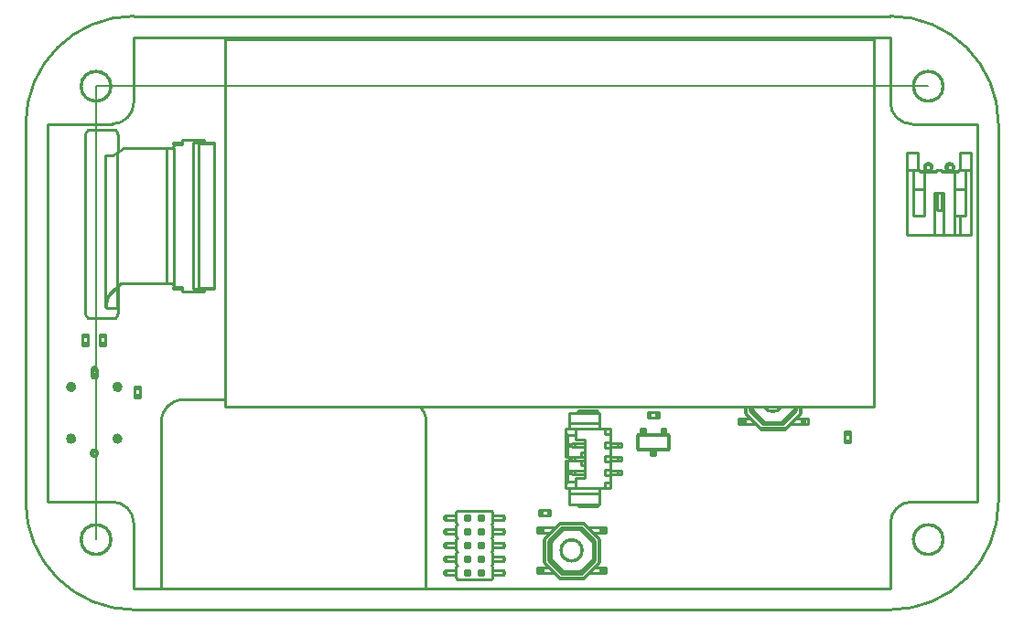
<source format=gbr>
G04 #@! TF.GenerationSoftware,KiCad,Pcbnew,8.0.6+1*
G04 #@! TF.CreationDate,2025-02-24T18:19:53+00:00*
G04 #@! TF.ProjectId,gshps,67736870-732e-46b6-9963-61645f706362,C*
G04 #@! TF.SameCoordinates,Original*
G04 #@! TF.FileFunction,Other,ECO2*
%FSLAX46Y46*%
G04 Gerber Fmt 4.6, Leading zero omitted, Abs format (unit mm)*
G04 Created by KiCad (PCBNEW 8.0.6+1) date 2025-02-24 18:19:53*
%MOMM*%
%LPD*%
G01*
G04 APERTURE LIST*
%ADD10C,0.250000*%
%ADD11C,0.200000*%
G04 APERTURE END LIST*
D10*
X34861758Y-56001237D02*
X34964264Y-56030402D01*
X34911728Y-56096164D02*
X34911728Y-56091763D01*
X98487533Y-61211113D02*
X98486790Y-61212337D01*
X96792959Y-61214073D02*
X96794514Y-61213175D01*
X35923485Y-50175475D02*
X35940008Y-50028239D01*
X76967143Y-72190467D02*
X76956965Y-72190467D01*
X71700000Y-73569999D02*
X72685000Y-73569999D01*
X99623902Y-59979531D02*
X99651920Y-59979531D01*
X34960283Y-64119718D02*
X34998099Y-64063005D01*
X35090654Y-56391394D02*
X35111728Y-56496164D01*
X76955927Y-72153314D02*
X76956726Y-72153222D01*
X36836728Y-62396162D02*
X36836728Y-62387431D01*
X38550000Y-57964998D02*
X39050001Y-57965000D01*
X32836728Y-58130596D02*
X32836727Y-58104771D01*
X77004680Y-73850470D02*
X76990128Y-73865022D01*
X69565000Y-72699999D02*
X69165000Y-72700000D01*
X34903631Y-63834644D02*
X34836727Y-63821165D01*
X81043035Y-72190467D02*
X81032857Y-72190467D01*
X78134976Y-75009872D02*
X78127780Y-75017068D01*
X42436534Y-59081014D02*
X42169169Y-59180735D01*
X34769783Y-63834547D02*
X34713172Y-63872608D01*
X37136728Y-62396162D02*
X37136728Y-62387687D01*
X34634540Y-64181665D02*
X34582800Y-64100934D01*
X69564999Y-70159999D02*
X69565000Y-69759999D01*
X33750000Y-52999999D02*
X33749999Y-53999999D01*
X70835000Y-74839999D02*
X70735000Y-74939999D01*
X110600001Y-39549998D02*
X111599999Y-39549999D01*
X113200000Y-39849998D02*
X113200000Y-41450000D01*
X34731490Y-56750230D02*
X34836728Y-56771164D01*
X70435000Y-74840000D02*
X70534999Y-74939999D01*
X113350000Y-30000000D02*
G75*
G02*
X110650000Y-30000000I-1350000J0D01*
G01*
X110650000Y-30000000D02*
G75*
G02*
X113350000Y-30000000I1350000J0D01*
G01*
X34642273Y-56301709D02*
X34582661Y-56390925D01*
X34903671Y-56657781D02*
X34960283Y-56619719D01*
X36923334Y-36112739D02*
X37523954Y-35734999D01*
X36554376Y-48909107D02*
X36736125Y-48749734D01*
X112750000Y-37750000D02*
X113250000Y-37749998D01*
X81042546Y-72158859D02*
X81042236Y-72163917D01*
X77015740Y-73809532D02*
X77045618Y-73809532D01*
X70835000Y-72299999D02*
X70735000Y-72399999D01*
X69165000Y-74839998D02*
X69265000Y-74939999D01*
X69564998Y-75239997D02*
X69564998Y-74839998D01*
X32836727Y-62896164D02*
X32848144Y-62896164D01*
X69565000Y-72699999D02*
X69464999Y-72599999D01*
X70435000Y-73970000D02*
X70835000Y-73970000D01*
X43979999Y-35199999D02*
X44900001Y-35199998D01*
X98496348Y-61201427D02*
X98491801Y-61206014D01*
X33035001Y-57849999D02*
G75*
G02*
X32334999Y-57849999I-350001J0D01*
G01*
X32334999Y-57849999D02*
G75*
G02*
X33035001Y-57849999I350001J0D01*
G01*
X79841141Y-75042548D02*
X79836083Y-75042236D01*
X87909120Y-62329256D02*
X85190877Y-62329256D01*
X69465000Y-73870000D02*
X69265000Y-73869999D01*
X35972429Y-49693813D02*
X36044517Y-49558344D01*
X78169341Y-71024490D02*
X78149530Y-71004679D01*
X34938795Y-64251168D02*
X34836727Y-64271165D01*
X70535000Y-75139999D02*
X70534999Y-74939999D01*
X37136728Y-58130331D02*
X37136728Y-58104895D01*
X42100000Y-35734999D02*
X42100001Y-35547499D01*
X85050000Y-62332499D02*
X85050001Y-63542500D01*
X67315000Y-70159997D02*
X67315000Y-69759998D01*
X79830658Y-71024489D02*
X79809530Y-71045617D01*
X79841938Y-70957431D02*
X79843735Y-70957163D01*
X37000000Y-50552951D02*
X35910181Y-50552949D01*
X69165001Y-73970000D02*
X69165000Y-73570000D01*
X34712984Y-56372418D02*
X34675208Y-56429261D01*
X95685260Y-59979530D02*
X95664132Y-60000658D01*
X34017036Y-51129408D02*
X34066987Y-51249998D01*
X83600000Y-64660000D02*
X83600000Y-64339999D01*
X80200000Y-66300000D02*
X80199999Y-62699999D01*
X95596067Y-60016051D02*
X95596487Y-60014915D01*
X34836728Y-64171165D02*
X34903672Y-64157780D01*
X44510000Y-48719999D02*
X45899999Y-48719998D01*
X76962046Y-73850396D02*
X76960345Y-73848973D01*
X45900000Y-35229999D02*
X45899999Y-48769999D01*
X85190877Y-62329256D02*
X85141755Y-62378378D01*
X69165001Y-71029998D02*
X69265000Y-71129999D01*
X32848144Y-62896164D02*
X32880661Y-62896164D01*
X68300000Y-72699999D02*
X67315000Y-72699998D01*
X37136728Y-58162322D02*
X37136728Y-58130331D01*
X36836728Y-62896163D02*
X37136728Y-62896163D01*
X69165000Y-75239997D02*
X69265000Y-75140000D01*
X34249999Y-52999998D02*
X34249998Y-53999997D01*
X76356881Y-74599999D02*
X76356881Y-75099997D01*
X81845435Y-71399999D02*
X81845434Y-70899999D01*
X32536728Y-58130330D02*
X32536728Y-58104894D01*
X76987720Y-73809532D02*
X77015740Y-73809532D01*
X36792794Y-62896163D02*
X36825310Y-62896164D01*
X34761728Y-56096164D02*
X34761728Y-56092047D01*
X113749998Y-37250000D02*
X114250000Y-37249999D01*
X36825310Y-57596164D02*
X36792793Y-57596164D01*
X36500000Y-68499998D02*
X30500000Y-68499999D01*
X96786763Y-61205278D02*
X96790120Y-61209074D01*
X77823045Y-75499998D02*
X80176955Y-75500000D01*
X99671070Y-60026705D02*
X99656711Y-60042218D01*
X70835000Y-72699998D02*
X70835000Y-72299999D01*
X72785000Y-73869998D02*
X72785000Y-73670000D01*
X81042812Y-72156718D02*
X81042546Y-72158859D01*
X81039654Y-72151023D02*
X81041116Y-72152108D01*
X104750000Y-62199999D02*
X104250000Y-62199997D01*
X38550000Y-58635000D02*
X39049998Y-58635000D01*
X34731490Y-56242096D02*
X34642273Y-56301709D01*
X34941966Y-56750230D02*
X35031182Y-56690619D01*
X34370588Y-34017037D02*
X34249998Y-34066987D01*
X45899999Y-48769999D02*
X44460001Y-48769998D01*
X81043176Y-73845127D02*
X81044072Y-73846682D01*
X34583135Y-63890171D02*
X34643935Y-63800889D01*
X42250001Y-48602499D02*
X42999999Y-48602499D01*
X116500001Y-33499998D02*
X116500000Y-68500000D01*
X113749999Y-37849999D02*
X113749998Y-37250000D01*
X34561726Y-63996162D02*
X34582661Y-64101401D01*
X68427000Y-73134999D02*
X68300000Y-73007998D01*
X32836728Y-62361995D02*
X32836727Y-62339881D01*
X81035279Y-73852877D02*
X81031428Y-73856706D01*
X87909122Y-63545742D02*
X87958243Y-63496621D01*
X36825310Y-62896164D02*
X36836728Y-62896163D01*
X76960345Y-73848973D02*
X76958884Y-73847890D01*
X70435000Y-69759999D02*
X70835000Y-69759998D01*
X78799999Y-63359999D02*
X79299998Y-63409998D01*
X38550000Y-57999997D02*
X39050000Y-57999999D01*
X36443176Y-49070086D02*
X36587918Y-48909108D01*
X42200000Y-48284999D02*
X42200000Y-35714998D01*
X104750000Y-62799999D02*
X104250001Y-62799999D01*
X35081563Y-56862664D02*
X35009764Y-56941424D01*
X35350000Y-52999999D02*
X35350000Y-53999998D01*
X34675356Y-56429319D02*
X34661728Y-56496164D01*
X98486790Y-61212337D02*
X98486326Y-61214073D01*
X78153223Y-75043274D02*
X78153317Y-75044072D01*
X37136728Y-58162322D02*
X37136728Y-58130331D01*
X70435000Y-73569998D02*
X70834999Y-73569998D01*
X79847891Y-75041115D02*
X79847146Y-75042338D01*
X32848144Y-57596164D02*
X32836727Y-57596164D01*
X43980000Y-48799999D02*
X43979999Y-35199999D01*
X71573000Y-71864999D02*
X71700000Y-71991997D01*
X98486326Y-61214073D02*
X98485693Y-61213574D01*
X76284163Y-70899997D02*
X76284164Y-71399998D01*
X32536729Y-57946163D02*
X32836728Y-57946164D01*
X82599999Y-62250000D02*
X82099998Y-62250000D01*
X99682478Y-60013737D02*
X99682818Y-60015128D01*
X69564999Y-71029999D02*
X69464999Y-71129999D01*
X36836728Y-62387431D02*
X36836728Y-62361995D01*
X111250000Y-37750000D02*
X111250000Y-37900000D01*
X82099999Y-65499999D02*
X82600000Y-65499999D01*
X95597094Y-60011140D02*
X95597406Y-60006082D01*
X34960283Y-63872608D02*
X34903569Y-63834791D01*
X76957662Y-73847148D02*
X76955927Y-73846682D01*
X83600000Y-64660000D02*
X82600000Y-64660000D01*
X78800000Y-63139997D02*
X79299998Y-63089999D01*
X34713172Y-56372609D02*
X34675356Y-56429319D01*
X76081845Y-70899999D02*
X76081844Y-71399997D01*
X32925306Y-62896163D02*
X32880661Y-62896164D01*
X76857990Y-72112750D02*
X76955927Y-72153314D01*
X69165001Y-73970000D02*
X69265000Y-73869999D01*
X86885000Y-60687499D02*
X86885000Y-60187499D01*
X34836728Y-64171165D02*
X34903666Y-64158349D01*
X96830110Y-61213035D02*
X96830110Y-61202854D01*
X81600000Y-68749997D02*
X78800000Y-68749997D01*
X36836728Y-58130331D02*
X36836728Y-58159962D01*
X76081846Y-74599999D02*
X76081844Y-75099999D01*
X78400000Y-61749999D02*
X82600000Y-61749998D01*
X34731490Y-63742096D02*
X34642273Y-63801708D01*
X79809530Y-71045617D02*
X78190468Y-71045617D01*
X36836728Y-62396162D02*
X36836728Y-62387622D01*
X82099998Y-62250000D02*
X82099998Y-61749997D01*
X67315000Y-71429999D02*
X67214999Y-71329999D01*
X79852878Y-70964719D02*
X79856707Y-70968572D01*
X106958464Y-25670671D02*
X46958464Y-25670669D01*
X32836728Y-58162325D02*
X32836727Y-58130330D01*
X85799999Y-61887498D02*
X85400000Y-61887498D01*
X79809532Y-74954381D02*
X79830658Y-74975508D01*
X82600000Y-63500000D02*
X82100000Y-63499999D01*
X79844916Y-75043154D02*
X79843281Y-75042809D01*
X80984260Y-72190466D02*
X80954382Y-72190466D01*
X82599999Y-64750000D02*
X82099998Y-64750000D01*
X34249999Y-52999998D02*
X33750000Y-52999999D01*
X30499999Y-33499999D02*
X36500000Y-33499997D01*
X104750000Y-62034997D02*
X104250001Y-62034998D01*
X34903569Y-63834791D02*
X34836727Y-63821165D01*
X78156262Y-75042833D02*
X78158062Y-75042567D01*
X37000000Y-34499998D02*
X36982963Y-34370589D01*
X98475725Y-61212237D02*
X98470295Y-61212219D01*
X36686728Y-62825468D02*
X36686728Y-62480493D01*
X78190468Y-71015739D02*
X78190468Y-71045617D01*
X95622572Y-60042218D02*
X95608214Y-60026705D01*
X81043576Y-72153949D02*
X81043155Y-72155081D01*
X32836728Y-62396165D02*
X32836728Y-62387687D01*
X69564998Y-72299999D02*
X69465000Y-72400000D01*
X78190468Y-75043034D02*
X78190468Y-75032856D01*
X34731490Y-64250230D02*
X34836727Y-64271165D01*
X111050000Y-37749998D02*
X111049999Y-36150000D01*
X99651920Y-59979531D02*
X99672499Y-59979529D01*
X35031182Y-56690619D02*
X35090794Y-56601399D01*
X32836728Y-62387687D02*
X32836728Y-62362255D01*
X34642272Y-56690619D02*
X34731490Y-56750230D01*
X76499999Y-71823044D02*
X76499999Y-74176953D01*
X32836727Y-62896164D02*
X32536729Y-62896164D01*
X80076955Y-70399999D02*
X77923045Y-70399998D01*
X81918154Y-75099999D02*
X81918154Y-74599999D01*
X88050000Y-62332500D02*
X87955000Y-62237499D01*
X36836728Y-58104895D02*
X36836728Y-58096164D01*
X35849999Y-53035000D02*
X35350000Y-53035000D01*
X99678718Y-60019522D02*
X99674921Y-60022878D01*
X76284164Y-74599997D02*
X76284163Y-75099999D01*
X85075000Y-62344997D02*
X85075000Y-63529999D01*
X104750000Y-62999997D02*
X104250000Y-63000001D01*
X98482923Y-61212811D02*
X98480783Y-61212547D01*
X78156720Y-70957187D02*
X78158859Y-70957452D01*
X80954383Y-73809532D02*
X80984260Y-73809530D01*
X96062687Y-61269998D02*
X94439641Y-61269998D01*
X34911728Y-56092047D02*
X34911728Y-56076164D01*
X42100000Y-35235000D02*
X43000000Y-35234998D01*
X79836083Y-75042236D02*
X79830653Y-75042220D01*
X104750000Y-62165000D02*
X104250000Y-62164998D01*
X94794206Y-60769998D02*
X94794206Y-61270000D01*
X36324223Y-49224400D02*
X36443176Y-49070086D01*
X85141755Y-63496620D02*
X85190877Y-63545742D01*
X85800000Y-61987500D02*
X85400000Y-61987500D01*
X69465000Y-71329999D02*
X69464999Y-71129999D01*
X80200000Y-63409998D02*
X79299998Y-63409998D01*
X67215000Y-73869999D02*
X67214998Y-73670000D01*
X37136728Y-62362252D02*
X37136728Y-62339881D01*
X94923805Y-60769999D02*
X94923805Y-61270000D01*
X35936580Y-50333531D02*
X35923485Y-50175475D01*
X69165000Y-72700000D02*
X69165001Y-72299999D01*
X81042373Y-73839729D02*
X81042568Y-73841938D01*
X36836727Y-57596164D02*
X36825310Y-57596164D01*
X34642273Y-64190618D02*
X34731490Y-64250230D01*
X80975509Y-72169342D02*
X80995321Y-72149527D01*
X34713172Y-56619719D02*
X34769885Y-56657536D01*
X69265000Y-73869999D02*
X69265000Y-73670000D01*
X95685260Y-59670670D02*
X95685260Y-59979530D01*
X81042175Y-73847282D02*
X81040776Y-73848196D01*
X78600001Y-62349999D02*
X79400000Y-62349999D01*
X87700000Y-61887497D02*
X87300001Y-61887497D01*
X34836728Y-56671165D02*
X34903671Y-56657781D01*
X65500000Y-61000000D02*
X65479643Y-60715370D01*
X70735000Y-72599999D02*
X70735000Y-72399999D01*
X34712984Y-56619907D02*
X34769824Y-56657682D01*
X94721488Y-60770000D02*
X94721488Y-61269998D01*
X79845128Y-70956824D02*
X79846684Y-70955927D01*
X37136728Y-62396162D02*
X37136728Y-62387431D01*
X67215001Y-70060000D02*
X67214999Y-69859999D01*
X79700000Y-68949998D02*
X79500000Y-68749999D01*
X72685000Y-70159999D02*
X72784999Y-70060000D01*
X36836728Y-58104706D02*
X36836728Y-58096164D01*
X34941966Y-56242096D02*
X34836728Y-56221165D01*
X38550000Y-58765000D02*
X39050000Y-58764998D01*
X81600000Y-71923044D02*
X80076955Y-70399999D01*
X67315001Y-73569997D02*
X67214998Y-73670000D01*
X34836727Y-63821165D02*
X34769783Y-63834547D01*
X81044073Y-72153316D02*
X81043576Y-72153949D01*
X38550000Y-58800001D02*
X39050000Y-58799997D01*
X34582661Y-63890925D02*
X34561726Y-63996162D01*
X70435000Y-69759999D02*
X70535000Y-69859997D01*
X37523954Y-35734999D02*
X42199999Y-35734999D01*
X95039641Y-60246953D02*
X95039642Y-59670671D01*
X114950000Y-41949998D02*
X114950001Y-43749998D01*
X99594022Y-59979531D02*
X99594022Y-59670671D01*
X32836727Y-58130330D02*
X32836727Y-58104894D01*
X79809531Y-74984259D02*
X79809532Y-74954381D01*
X87300000Y-61687500D02*
X87300000Y-62262498D01*
X35940008Y-50028239D02*
X35991945Y-49850446D01*
X78600000Y-66649998D02*
X78600000Y-64650000D01*
X36836728Y-58096164D02*
X37136728Y-58096164D01*
X35031182Y-56301709D02*
X34941966Y-56242096D01*
X76963984Y-73852160D02*
X76962046Y-73850396D01*
X71700000Y-74840000D02*
X72685000Y-74839998D01*
X98449174Y-61154260D02*
X98449174Y-61124382D01*
X78112750Y-70857989D02*
X76857990Y-72112750D01*
X71700000Y-73261999D02*
X71700000Y-74278000D01*
X35050263Y-56096164D02*
X34625970Y-56096163D01*
X45900000Y-35229999D02*
X44460000Y-35230000D01*
X36836728Y-62896163D02*
X36836728Y-62396162D01*
X70534999Y-74939999D02*
X70735000Y-74939999D01*
X35090794Y-56601399D02*
X35111728Y-56496164D01*
X32924704Y-57596164D02*
X32880661Y-57596164D01*
X70435000Y-72699999D02*
X70835000Y-72699998D01*
X32924704Y-57596164D02*
X32880661Y-57596164D01*
X38500000Y-78500000D02*
G75*
G02*
X28500000Y-68499998I0J10000000D01*
G01*
X79846684Y-75044070D02*
X79846050Y-75043574D01*
X99216597Y-61269998D02*
X100839642Y-61269999D01*
X110050001Y-36150000D02*
X110049999Y-43749999D01*
X115950000Y-37749999D02*
X114750000Y-37749999D01*
X69464999Y-72599999D02*
X69465000Y-72400000D01*
X87700000Y-61987499D02*
X87300000Y-61987500D01*
X32848144Y-62896164D02*
X32880661Y-62896164D01*
X81039076Y-73849520D02*
X81035279Y-73852877D01*
X72785000Y-75140000D02*
X72785000Y-74939999D01*
X86349999Y-64187500D02*
X86350000Y-63612500D01*
X35031182Y-64190618D02*
X35090794Y-64101402D01*
X113400000Y-30000000D02*
G75*
G02*
X110600000Y-30000000I-1400000J0D01*
G01*
X110600000Y-30000000D02*
G75*
G02*
X113400000Y-30000000I1400000J0D01*
G01*
X34836727Y-64271165D02*
X34732358Y-64250427D01*
X35090794Y-64101402D02*
X35111728Y-63996164D01*
D11*
X113400000Y-30000000D02*
G75*
G02*
X110600000Y-30000000I-1400000J0D01*
G01*
X110600000Y-30000000D02*
G75*
G02*
X113400000Y-30000000I1400000J0D01*
G01*
D10*
X76835000Y-69750000D02*
X76834999Y-69250000D01*
X70534999Y-73869998D02*
X70735000Y-73869999D01*
X69465000Y-72400000D02*
X69265000Y-72399999D01*
X95685260Y-59979530D02*
X96830110Y-61124382D01*
X86250000Y-60687497D02*
X86250000Y-60187499D01*
X34769824Y-56657682D02*
X34836728Y-56671165D01*
X76907242Y-72133148D02*
X76907242Y-73866848D01*
X34836728Y-56771164D02*
X34941966Y-56750230D01*
X79843281Y-75042809D02*
X79841141Y-75042548D01*
X70435000Y-72299999D02*
X70534999Y-72399998D01*
X69165001Y-71429997D02*
X69165001Y-71029998D01*
X80954382Y-72190466D02*
X80975509Y-72169342D01*
X36836728Y-58159962D02*
X36836728Y-58130331D01*
X70735000Y-70059999D02*
X70735000Y-69859998D01*
X39050000Y-58799997D02*
X39049999Y-57799998D01*
X96830110Y-61124382D02*
X96808983Y-61145509D01*
X69165000Y-70159999D02*
X69265000Y-70059999D01*
X85145000Y-63637497D02*
X87955000Y-63637497D01*
X34250001Y-53035000D02*
X33749998Y-53035000D01*
X34836727Y-63821165D02*
X34769789Y-63833977D01*
X78149530Y-71004679D02*
X78134977Y-70990126D01*
X34769824Y-64157685D02*
X34836728Y-64171165D01*
X34066988Y-34249999D02*
X34017036Y-34370589D01*
X112750000Y-37750000D02*
X112749999Y-37949999D01*
X70435000Y-72699999D02*
X70435000Y-72299999D01*
X34769783Y-56334544D02*
X34713172Y-56372609D01*
X34582661Y-63890925D02*
X34561726Y-63996162D01*
X77000000Y-69749999D02*
X76000000Y-69749999D01*
X35011726Y-63996164D02*
X34998345Y-63929218D01*
X34761728Y-56096164D02*
X34761728Y-56091763D01*
X80076955Y-75599997D02*
X81600000Y-74076952D01*
X34250000Y-53799999D02*
X33749998Y-53799999D01*
X35111728Y-63996164D02*
X35090794Y-63890928D01*
X110500000Y-68499998D02*
X116500000Y-68500000D01*
X34674542Y-64063102D02*
X34712984Y-64119907D01*
X35823335Y-50190573D02*
X35823336Y-36363916D01*
X34545000Y-56709999D02*
X34544998Y-56289997D01*
X32536729Y-62387430D02*
X32536728Y-62361995D01*
X35850000Y-53835000D02*
X35350000Y-53834999D01*
X36836727Y-57596164D02*
X36825310Y-57596164D01*
X32924704Y-57596164D02*
X32880661Y-57596164D01*
X72685000Y-73969998D02*
X72685000Y-73569999D01*
X69165000Y-75239997D02*
X69165000Y-74839998D01*
X79887250Y-75142008D02*
X79846684Y-75044070D01*
X104749998Y-62835000D02*
X104250000Y-62835000D01*
X99682916Y-60016775D02*
X99681815Y-60017282D01*
X78153317Y-75044072D02*
X78154872Y-75043176D01*
X34249999Y-53199999D02*
X33750000Y-53199997D01*
X36825744Y-62896164D02*
X36792794Y-62896163D01*
X36836727Y-57746164D02*
X37136727Y-57746164D01*
X71700000Y-71991997D02*
X71700000Y-73007999D01*
X34249998Y-34066987D02*
X34146447Y-34146446D01*
X78190467Y-70956965D02*
X78190468Y-70967142D01*
X79299999Y-65909998D02*
X79299998Y-65589999D01*
X71700000Y-75239999D02*
X72685000Y-75239997D01*
X79809532Y-74954381D02*
X80954383Y-73809532D01*
X35111728Y-56496164D02*
X35090794Y-56390926D01*
X34903672Y-64157780D02*
X34960283Y-64119718D01*
X32836727Y-58104771D02*
X32836728Y-58096164D01*
X34836728Y-56321164D02*
X34769783Y-56334544D01*
X78149603Y-70962045D02*
X78151026Y-70960345D01*
X34249998Y-53999997D02*
X33749999Y-53999999D01*
X69564998Y-74839998D02*
X69464999Y-74939997D01*
X85800000Y-61687500D02*
X85400000Y-61687500D01*
X95546884Y-59670671D02*
X95546884Y-60036849D01*
X76957750Y-72162884D02*
X76957627Y-72160269D01*
X81299998Y-68950000D02*
X79700000Y-68949998D01*
X78190468Y-70967142D02*
X78190468Y-70987722D01*
X78799998Y-64390000D02*
X79299999Y-64339999D01*
X34836728Y-63721165D02*
X34731490Y-63742096D01*
X113749998Y-37799999D02*
X114250000Y-37799999D01*
X36395161Y-49070086D02*
X36554376Y-48909107D01*
X44510000Y-35279999D02*
X45899998Y-35279999D01*
X95629769Y-60035021D02*
X95622572Y-60042218D01*
X69565000Y-69759999D02*
X69165000Y-69760000D01*
X78152109Y-70958883D02*
X78152851Y-70957660D01*
X98485693Y-61213574D02*
X98484559Y-61213155D01*
X34761728Y-56091763D02*
X34761728Y-56076164D01*
X78154872Y-75043176D02*
X78156262Y-75042833D01*
X95664132Y-60000658D02*
X95644321Y-60020469D01*
X35029519Y-56300890D02*
X35038914Y-56310662D01*
X34661728Y-56496164D02*
X34675110Y-56563108D01*
X34769885Y-64157535D02*
X34836728Y-64171165D01*
X81715837Y-71399997D02*
X81715837Y-70899999D01*
X96830110Y-61202854D02*
X96830109Y-61182277D01*
X85050001Y-63542500D02*
X85141755Y-63496620D01*
X36119571Y-49429158D02*
X36203676Y-49304721D01*
X76956965Y-72190467D02*
X76956966Y-73809532D01*
X76923044Y-74599998D02*
X75800001Y-74599997D01*
X34836728Y-63721165D02*
X34941097Y-63741899D01*
X81600000Y-74076952D02*
X81600000Y-71923044D01*
X43980000Y-48799999D02*
X44900000Y-48800000D01*
X99781650Y-60057249D02*
X99781650Y-59670671D01*
X81142010Y-73887248D02*
X81044072Y-73846682D01*
X79830653Y-75042220D02*
X79809532Y-75043034D01*
X78169340Y-74975508D02*
X78149529Y-74995319D01*
X34588437Y-56137332D02*
X34660236Y-56058575D01*
X34836728Y-56221165D02*
X34941097Y-56241897D01*
X69464999Y-75140000D02*
X69265000Y-75140000D01*
X36923334Y-36112739D02*
X36923335Y-50552949D01*
X78800000Y-65640000D02*
X79299998Y-65589999D01*
X34903672Y-64157780D02*
X34960283Y-64119718D01*
X34642273Y-63801708D02*
X34582661Y-63890925D01*
X79866850Y-70907242D02*
X78133151Y-70907242D01*
X44900000Y-35230000D02*
X44900001Y-35199998D01*
X70735000Y-75140000D02*
X70735000Y-74939999D01*
X65319264Y-60169170D02*
X65182507Y-59918717D01*
X36629410Y-51482962D02*
X36750000Y-51433012D01*
X115400000Y-41949998D02*
X115400000Y-37750000D01*
X34960471Y-64119906D02*
X34998248Y-64063067D01*
X44460001Y-48769998D02*
G75*
G02*
X44510000Y-48720001I49999J-2D01*
G01*
X36836728Y-62896163D02*
X36825744Y-62896164D01*
X71572999Y-69325000D02*
X71700000Y-69451999D01*
X36203676Y-49304721D02*
X36295886Y-49185030D01*
X35849999Y-53799999D02*
X35350000Y-53799999D01*
X85190877Y-63545742D02*
X87909122Y-63545742D01*
X35849999Y-53199999D02*
X35350000Y-53199999D01*
X82100000Y-63499999D02*
X82099999Y-62999999D01*
X44900000Y-48770001D02*
X44900000Y-48800000D01*
X77045618Y-73809532D02*
X78190468Y-74954380D01*
X35090655Y-63891392D02*
X35111728Y-63996164D01*
X34582800Y-56600934D02*
X34561727Y-56496163D01*
X34661728Y-56496164D02*
X34674540Y-56563100D01*
X79837114Y-70957748D02*
X79839730Y-70957624D01*
X69465000Y-70060000D02*
X69465000Y-69859999D01*
X79830653Y-70957780D02*
X79837114Y-70957748D01*
X32836727Y-58130330D02*
X32836727Y-58104894D01*
X34914361Y-56988929D02*
X34808243Y-56998762D01*
X35090794Y-56390926D02*
X35031182Y-56301709D01*
X34769788Y-56333979D02*
X34712984Y-56372418D01*
X32880661Y-57596164D02*
X32861439Y-57596164D01*
X99594022Y-59979531D02*
X99623902Y-59979531D01*
X34582661Y-56390925D02*
X34561727Y-56496163D01*
X34769783Y-56334544D02*
X34713172Y-56372609D01*
X80954382Y-72190466D02*
X79809530Y-71045617D01*
X65479643Y-60715370D02*
X65418986Y-60436534D01*
X70834999Y-75239999D02*
X70835000Y-74839999D01*
X76957763Y-73836081D02*
X76957780Y-73830653D01*
X111750001Y-37250000D02*
X112250000Y-37250000D01*
X81009872Y-73865020D02*
X80995321Y-73850470D01*
X30550000Y-61399997D02*
X30500000Y-61399999D01*
X34661728Y-63996164D02*
X34561726Y-63996162D01*
X80000000Y-73000000D02*
G75*
G02*
X78000000Y-73000000I-1000000J0D01*
G01*
X78000000Y-73000000D02*
G75*
G02*
X80000000Y-73000000I1000000J0D01*
G01*
X35850000Y-53965000D02*
X35350000Y-53964999D01*
X77045618Y-72190468D02*
X77015740Y-72190468D01*
X37136728Y-58096164D02*
X37136728Y-57596163D01*
X34941966Y-63742096D02*
X34836728Y-63721165D01*
X78151026Y-70960345D02*
X78152109Y-70958883D01*
X34761728Y-56096164D02*
X34761728Y-56091763D01*
X79848197Y-70959222D02*
X79849522Y-70960922D01*
X76965000Y-69750000D02*
X76965000Y-69249998D01*
X35910181Y-50552949D02*
X35837904Y-50333529D01*
X34370588Y-51482962D02*
X34500000Y-51500001D01*
X79809533Y-70956965D02*
X79830653Y-70957780D01*
X41317493Y-59918717D02*
X41180736Y-60169170D01*
X69565000Y-73569999D02*
X69464999Y-73670000D01*
X98470300Y-61145507D02*
X98490112Y-61165320D01*
X72785000Y-72600000D02*
X72785000Y-72399998D01*
X34661728Y-56496164D02*
X34675110Y-56563108D01*
X34769885Y-64157535D02*
X34836728Y-64171165D01*
X77000000Y-69749999D02*
X77000000Y-69250000D01*
X81036017Y-72147838D02*
X81037954Y-72149602D01*
X76957780Y-73830653D02*
X76956966Y-73809532D01*
X79809530Y-71045617D02*
X79809530Y-71015739D01*
X67315000Y-75240001D02*
X67315000Y-74840000D01*
X32836728Y-62387431D02*
X32836728Y-62361995D01*
X78600000Y-66649998D02*
X79400000Y-66650000D01*
X65418986Y-60436534D02*
X65319264Y-60169170D01*
X99682677Y-59979529D02*
X99682677Y-59670669D01*
X36629410Y-34017037D02*
X36500001Y-34000000D01*
X32836727Y-58104894D02*
X32836728Y-58096164D01*
X81599998Y-61249999D02*
X78799998Y-61249999D01*
X76964721Y-72147121D02*
X76968572Y-72143291D01*
X34734660Y-63741158D02*
X34836728Y-63721165D01*
X114450000Y-41950000D02*
X114450000Y-43749998D01*
X44510000Y-35279999D02*
X44510000Y-48719999D01*
X78152851Y-70957660D02*
X78153317Y-70955927D01*
X81031428Y-73856706D02*
X81017069Y-73872217D01*
X81012278Y-72190468D02*
X80984260Y-72190466D01*
X34731490Y-56242096D02*
X34642273Y-56301709D01*
X36002286Y-50552949D02*
X35936580Y-50333531D01*
X32836728Y-62396165D02*
X32536728Y-62396165D01*
X34146447Y-51353553D02*
X34249998Y-51433012D01*
X78127780Y-75017068D02*
X78143293Y-75031426D01*
X42100001Y-48385000D02*
X42200000Y-48284999D01*
X81500000Y-74176952D02*
X81500000Y-71823043D01*
X87700000Y-61687499D02*
X87300000Y-61687500D01*
X32836727Y-58104894D02*
X32836728Y-58096164D01*
X81043155Y-72155081D02*
X81042812Y-72156718D01*
X95497632Y-60057248D02*
X95595569Y-60016683D01*
X83600000Y-65589997D02*
X82599999Y-65589999D01*
X78799999Y-63359999D02*
X78800000Y-63139997D01*
X99681892Y-60007112D02*
X99682013Y-60009730D01*
X78112750Y-75142008D02*
X79887250Y-75142008D01*
X78800000Y-64610000D02*
X78799998Y-64390000D01*
X32836727Y-57596164D02*
X32536729Y-57596164D01*
X83600000Y-65909998D02*
X82600000Y-65909999D01*
X72685000Y-74839998D02*
X72785000Y-74939999D01*
X69265000Y-72599999D02*
X69265000Y-72399999D01*
X78158062Y-75042567D02*
X78160270Y-75042370D01*
X32836728Y-62396165D02*
X32836728Y-62387431D01*
X85157500Y-62262500D02*
X85075000Y-62344997D01*
X69165000Y-72700000D02*
X69265000Y-72599999D01*
X41180736Y-60169170D02*
X41081014Y-60436534D01*
X35029520Y-56691438D02*
X35000966Y-56716007D01*
X76923044Y-71399999D02*
X75800001Y-71399998D01*
X36853551Y-51353553D02*
X36933013Y-51250000D01*
X78152716Y-75042174D02*
X78153223Y-75043274D01*
X35125000Y-56289999D02*
X35125000Y-56709999D01*
X79846684Y-70955927D02*
X79846777Y-70956726D01*
X68300000Y-70467998D02*
X68300000Y-69451999D01*
X108500000Y-78499999D02*
X38500000Y-78500000D01*
X36982963Y-51129410D02*
X37000000Y-50999997D01*
X34564582Y-56814760D02*
X34545000Y-56709999D01*
X69464999Y-71129999D02*
X69265000Y-71129999D01*
X78600000Y-64350000D02*
X78600001Y-62349999D01*
X36753144Y-48749732D02*
X36923336Y-48588464D01*
X36923334Y-36112739D02*
X36514953Y-36363916D01*
X34582800Y-64100934D02*
X34561726Y-63996162D01*
X32536728Y-62361995D02*
X32536729Y-62387430D01*
X37136728Y-62396162D02*
X37136728Y-62387431D01*
X38550000Y-58800001D02*
X38550000Y-57800000D01*
X36792794Y-62896163D02*
X36744515Y-62896164D01*
X96795905Y-61212835D02*
X96797704Y-61212568D01*
X34903569Y-56334793D02*
X34836728Y-56321164D01*
X95497632Y-59670670D02*
X95497632Y-60057248D01*
X36742138Y-62896162D02*
X36744130Y-62896164D01*
X34675110Y-56563108D02*
X34713172Y-56619719D01*
X80984260Y-73809530D02*
X81012278Y-73809532D01*
X34960283Y-56372608D02*
X34903569Y-56334793D01*
X71700000Y-72299999D02*
X72685000Y-72299997D01*
X41918718Y-59317492D02*
X41690279Y-59488501D01*
X70834999Y-75239999D02*
X70735000Y-75140000D01*
X69564998Y-73970000D02*
X69165001Y-73970000D01*
X108499999Y-25499998D02*
X108500001Y-31500000D01*
X76968572Y-73856706D02*
X76963984Y-73852160D01*
X34712984Y-64119907D02*
X34769824Y-64157685D01*
X35823501Y-50175475D02*
X35841678Y-50028239D01*
X67315000Y-71429999D02*
X67315000Y-71029997D01*
X81076955Y-74599997D02*
X82200000Y-74599999D01*
X86050000Y-60687499D02*
X86050001Y-60187497D01*
X78190468Y-74954380D02*
X79809532Y-74954381D01*
X36750000Y-51433012D02*
X36853551Y-51353553D01*
X96790120Y-61209074D02*
X96791444Y-61210775D01*
X69564998Y-74839998D02*
X69165000Y-74839998D01*
X77015740Y-72190468D02*
X76987721Y-72190466D01*
X77423045Y-75099999D02*
X75800000Y-75099999D01*
X35011726Y-63996164D02*
X34998345Y-63929218D01*
X32536728Y-62361995D02*
X32536728Y-62333377D01*
X72685000Y-69760000D02*
X72784999Y-69859999D01*
X68300000Y-70159998D02*
X67315000Y-70159997D01*
X34582661Y-56601401D02*
X34642272Y-56690619D01*
X86350000Y-63887498D02*
X86749999Y-63887498D01*
X87958242Y-62378378D02*
X87909120Y-62329256D01*
X41000000Y-61000000D02*
X40999999Y-76499999D01*
X96799912Y-61212372D02*
X96802529Y-61212250D01*
X81142010Y-72112748D02*
X79887250Y-70857989D01*
X68427000Y-74405000D02*
X68300000Y-74278000D01*
X87955000Y-63637497D02*
X88050000Y-63542500D01*
X76200000Y-69750000D02*
X76200000Y-69249999D01*
X98449174Y-61124382D02*
X99594022Y-59979531D01*
X70735000Y-73869999D02*
X70735000Y-73670000D01*
X34998099Y-64063005D02*
X35011726Y-63996164D01*
X71700000Y-74278000D02*
X71573000Y-74405000D01*
X71700000Y-71029998D02*
X72684999Y-71029999D01*
X35031182Y-64190618D02*
X35090794Y-64101402D01*
X34836727Y-64271165D02*
X34941966Y-64250230D01*
X36044517Y-49558344D02*
X36119571Y-49429158D01*
X34941966Y-63742096D02*
X34836728Y-63721165D01*
X70435000Y-75239999D02*
X70435000Y-74840000D01*
X96791444Y-61210775D02*
X96792360Y-61212174D01*
X76957825Y-72152719D02*
X76959224Y-72151802D01*
X79856707Y-70968572D02*
X79872219Y-70982930D01*
X71573000Y-74405000D02*
X71700000Y-74532000D01*
X78190468Y-74984258D02*
X78190468Y-74954380D01*
X118500000Y-68499999D02*
G75*
G02*
X108500000Y-78500000I-10000000J-1D01*
G01*
X96802529Y-61212250D02*
X96808989Y-61212220D01*
X98490112Y-61165320D02*
X98504664Y-61179871D01*
X68300000Y-75239999D02*
X67315000Y-75240001D01*
X34249998Y-53835000D02*
X33750000Y-53835000D01*
X115950001Y-36150000D02*
X115949999Y-43749999D01*
X34642273Y-56301709D02*
X34582661Y-56390925D01*
X112550000Y-43749998D02*
X112550000Y-39849999D01*
X78190468Y-74954380D02*
X78169340Y-74975508D01*
X86749998Y-64187500D02*
X86750001Y-63612500D01*
X34836728Y-56221165D02*
X34731490Y-56242096D01*
X36825310Y-62896164D02*
X36836728Y-62896163D01*
X35011727Y-56496163D02*
X34998344Y-56429220D01*
X34675356Y-63929322D02*
X34661728Y-63996164D01*
X36836728Y-58104895D02*
X36836728Y-58130331D01*
X81643119Y-71399999D02*
X81643118Y-70899999D01*
X77004680Y-72149529D02*
X77024491Y-72169340D01*
X96772793Y-61262758D02*
X98506492Y-61262758D01*
X98504664Y-61179871D02*
X98511861Y-61187068D01*
X98480783Y-61212547D02*
X98475725Y-61212237D01*
X34561727Y-56496163D02*
X34583135Y-56390171D01*
X99781650Y-60057249D02*
X99683715Y-60016683D01*
X68300000Y-73569998D02*
X67315001Y-73569997D01*
X112800000Y-39850001D02*
X112800000Y-41449998D01*
X34731490Y-64250230D02*
X34836727Y-64271165D01*
X79847281Y-70957824D02*
X79848197Y-70959222D01*
X85800000Y-61687500D02*
X85800000Y-62262498D01*
X81142010Y-72112748D02*
X81044073Y-72153316D01*
X37000000Y-36064526D02*
X37000000Y-34499998D01*
X76957452Y-73841141D02*
X76957763Y-73836081D01*
X81076955Y-71399998D02*
X82200000Y-71399997D01*
X78190468Y-75032856D02*
X78190468Y-75012278D01*
X79843735Y-70957163D02*
X79845128Y-70956824D01*
X70835000Y-71429999D02*
X70835000Y-71029997D01*
X35029519Y-64191438D02*
X35000966Y-64216010D01*
X36836727Y-57596164D02*
X36825744Y-57596164D01*
X70534999Y-72399998D02*
X70735000Y-72399999D01*
X95655382Y-59979531D02*
X95685260Y-59979530D01*
X34500000Y-51500001D02*
X36500000Y-51499997D01*
X76000000Y-69749999D02*
X76000000Y-69249998D01*
X81012278Y-73809532D02*
X81032857Y-73809531D01*
X71700000Y-72699999D02*
X72685000Y-72700000D01*
X111250000Y-37850001D02*
X112750000Y-37849999D01*
X87942499Y-63612500D02*
X88025000Y-63529999D01*
X78151803Y-75040776D02*
X78152716Y-75042174D01*
X78800000Y-60249998D02*
X78800000Y-61750001D01*
X70435000Y-71029998D02*
X70835000Y-71029997D01*
X81043034Y-73809532D02*
X81042219Y-73830651D01*
X35029520Y-63800889D02*
X35038915Y-63810661D01*
X82200000Y-75099997D02*
X82200000Y-74599999D01*
X111600000Y-37949999D02*
X112749999Y-37949999D01*
X70435000Y-74840000D02*
X70835000Y-74839999D01*
X41690279Y-59488501D02*
X41488501Y-59690279D01*
X79872219Y-75017067D02*
X79856707Y-75031428D01*
X79849522Y-70960922D02*
X79852878Y-70964719D01*
X35850000Y-53999999D02*
X35350000Y-53999998D01*
X68427000Y-71864999D02*
X68300000Y-71737999D01*
X78800000Y-64610000D02*
X79300000Y-64659999D01*
X81142010Y-73887248D02*
X81142010Y-72112748D01*
X35111728Y-56496164D02*
X35090794Y-56390926D01*
X81009870Y-72134978D02*
X81017069Y-72127779D01*
X68427000Y-70594998D02*
X68300000Y-70467998D01*
X34960283Y-56619719D02*
X34998098Y-56563006D01*
X42999999Y-48999999D02*
X42999999Y-48602499D01*
X69165001Y-71429997D02*
X69265000Y-71329998D01*
X32836728Y-58162325D02*
X32836727Y-58130330D01*
X32836727Y-62896164D02*
X32836728Y-62396165D01*
X34675356Y-56429319D02*
X34661728Y-56496164D01*
X76956966Y-73809532D02*
X76967143Y-73809531D01*
X82099998Y-64750000D02*
X82099998Y-64249997D01*
X35031182Y-63801709D02*
X34941966Y-63742096D01*
X70834999Y-73569998D02*
X70735000Y-73670000D01*
X85157500Y-63612500D02*
X87942499Y-63612500D01*
X78127779Y-70982930D02*
X78143293Y-70968570D01*
X69564998Y-75239997D02*
X69165000Y-75239997D01*
X81042836Y-73843738D02*
X81043176Y-73845127D01*
X32536729Y-62896164D02*
X32536728Y-62396165D01*
X77024491Y-72169340D02*
X77045618Y-72190468D01*
X35125000Y-56709999D02*
X35120063Y-56763285D01*
X36400000Y-71999997D02*
G75*
G02*
X33600000Y-71999997I-1400000J0D01*
G01*
X33600000Y-71999997D02*
G75*
G02*
X36400000Y-71999997I1400000J0D01*
G01*
X34675208Y-56429261D02*
X34661728Y-56496164D01*
X78162887Y-75042249D02*
X78169345Y-75042220D01*
X76990128Y-73865022D02*
X76982931Y-73872219D01*
X76957164Y-72156263D02*
X76956824Y-72154871D01*
X68300000Y-71029998D02*
X67315000Y-71029997D01*
X34146447Y-34146446D02*
X34066988Y-34249999D01*
X95644321Y-60020469D02*
X95629769Y-60035021D01*
X85050001Y-63542500D02*
X85145000Y-63637497D01*
D11*
X36400000Y-71999997D02*
G75*
G02*
X33600000Y-71999997I-1400000J0D01*
G01*
X33600000Y-71999997D02*
G75*
G02*
X36400000Y-71999997I1400000J0D01*
G01*
D10*
X78190468Y-71045617D02*
X77045618Y-72190468D01*
X95597303Y-60017147D02*
X95595569Y-60016683D01*
X37136728Y-57596163D02*
X36836727Y-57596164D01*
X99680418Y-60018197D02*
X99678718Y-60019522D01*
X34836728Y-56321164D02*
X34769783Y-56334544D01*
X42715368Y-59020354D02*
X42436534Y-59081014D01*
X79850001Y-64339999D02*
X79850000Y-63925000D01*
X69464999Y-75140000D02*
X69464999Y-74939997D01*
X81299998Y-68950000D02*
X81500000Y-68749998D01*
X35837904Y-50333529D02*
X35823501Y-50175475D01*
X99681861Y-60000653D02*
X99681892Y-60007112D01*
X35850000Y-53000000D02*
X35350000Y-52999999D01*
X85145000Y-62237499D02*
X85050000Y-62332499D01*
X114249998Y-37849997D02*
X114250000Y-37249999D01*
X85400000Y-61687500D02*
X85400000Y-62262499D01*
X69565000Y-73569999D02*
X69165000Y-73570000D01*
X96808989Y-61212220D02*
X96830110Y-61213035D01*
X34705734Y-56969596D02*
X34620687Y-56905370D01*
X34808243Y-56998762D02*
X34705734Y-56969596D01*
X71700000Y-70721998D02*
X71700000Y-71737999D01*
X37136728Y-58104771D02*
X37136728Y-58096164D01*
X41539790Y-48235000D02*
X41539789Y-35734999D01*
X70435000Y-71430000D02*
X70835000Y-71429999D01*
X81092758Y-72133150D02*
X79866850Y-70907242D01*
X68300000Y-70721998D02*
X68427000Y-70594998D01*
X42100000Y-35235000D02*
X42100000Y-35384998D01*
X79809530Y-70987722D02*
X79809532Y-70967142D01*
X70435000Y-70159998D02*
X70534998Y-70060000D01*
X99682209Y-60011937D02*
X99682478Y-60013737D01*
X79850470Y-71004677D02*
X79830658Y-71024489D01*
X34642273Y-63801708D02*
X34582661Y-63890925D01*
X78158859Y-70957452D02*
X78163915Y-70957764D01*
X108499998Y-70500000D02*
G75*
G02*
X110500000Y-68499998I2000002J0D01*
G01*
X71700000Y-69451999D02*
X71700000Y-70467998D01*
X87050000Y-60687499D02*
X87049999Y-60187498D01*
X114950000Y-36150000D02*
X115950001Y-36150000D01*
X32536729Y-58159961D02*
X32536728Y-58130330D01*
X34911728Y-56076164D02*
X34911728Y-56091763D01*
X77024491Y-73830658D02*
X77004680Y-73850470D01*
X79865022Y-75009872D02*
X79872219Y-75017067D01*
X87955000Y-62237499D02*
X85145000Y-62237499D01*
X82600000Y-66000000D02*
X82100000Y-65999999D01*
X36792794Y-62896163D02*
X36825310Y-62896164D01*
X85141755Y-62378378D02*
X85141755Y-63496620D01*
X99683715Y-60016683D02*
X99682916Y-60016775D01*
X79830658Y-74975508D02*
X79850470Y-74995319D01*
X32848144Y-57596164D02*
X32836727Y-57596164D01*
X36836728Y-62361995D02*
X36836728Y-62333377D01*
X34960283Y-56372608D02*
X34903569Y-56334793D01*
X34066987Y-51249998D02*
X34146447Y-51353553D01*
X34903666Y-64158349D02*
X34960471Y-64119906D01*
X32880661Y-57596164D02*
X32848144Y-57596164D01*
X69564999Y-71029999D02*
X69165001Y-71029998D01*
X78150478Y-75039076D02*
X78151803Y-75040776D01*
X34661728Y-63996164D02*
X34675110Y-64063108D01*
X111750000Y-37779507D02*
G75*
G02*
X112250000Y-37779507I250000J279508D01*
G01*
X35090794Y-56601399D02*
X35111728Y-56496164D01*
X35011726Y-63996164D02*
X34998913Y-63929224D01*
X32880661Y-57596164D02*
X32848144Y-57596164D01*
X34755639Y-56011071D02*
X34861758Y-56001237D01*
X81600000Y-68749997D02*
X81600000Y-67250000D01*
X98447000Y-59670671D02*
G75*
G02*
X96832284Y-59670671I-807358J500671D01*
G01*
X72685000Y-73969998D02*
X72785000Y-73869998D01*
X34544998Y-56289997D02*
X34549938Y-56236713D01*
X36500000Y-68499998D02*
G75*
G02*
X38500002Y-70500000I0J-2000002D01*
G01*
X78134977Y-70990126D02*
X78127779Y-70982930D01*
X96774620Y-61179872D02*
X96767423Y-61187069D01*
X98505277Y-59670671D02*
G75*
G02*
X96773943Y-59670706I-865677J500671D01*
G01*
X34674540Y-56563100D02*
X34712984Y-56619907D01*
X95627363Y-59979531D02*
X95655382Y-59979531D01*
X80199998Y-63089999D02*
X79299998Y-63089999D01*
X34643935Y-64191438D02*
X34634540Y-64181665D01*
X69565000Y-72699999D02*
X69564998Y-72299999D01*
X98449174Y-61213035D02*
X98449173Y-61202854D01*
X104750000Y-62964998D02*
X104250000Y-62965000D01*
X67214999Y-71329999D02*
X67214998Y-71129999D01*
X95622572Y-60042218D02*
X96767423Y-61187069D01*
X78190468Y-75012278D02*
X78190468Y-74984258D01*
X34561726Y-63996162D02*
X34582661Y-64101401D01*
X79846777Y-70956726D02*
X79847281Y-70957824D01*
X35011727Y-56496163D02*
X34998344Y-56429220D01*
X78400000Y-64349998D02*
X79200000Y-64350000D01*
X96830109Y-61182277D02*
X96830110Y-61154259D01*
X99681815Y-60017282D02*
X99680418Y-60018197D01*
X111750000Y-37799999D02*
X112250000Y-37799999D01*
X70835000Y-73970000D02*
X70834999Y-73569998D01*
X79856707Y-75031428D02*
X79852160Y-75036016D01*
X70435000Y-70159998D02*
X70835000Y-70159997D01*
D11*
X35000000Y-30000000D02*
X35000000Y-71999997D01*
D10*
X34734660Y-56241159D02*
X34836728Y-56221165D01*
X104749999Y-61999998D02*
X104750000Y-62999997D01*
X99682013Y-60009730D02*
X99682209Y-60011937D01*
X98484559Y-61213155D02*
X98482923Y-61212811D01*
X37335000Y-62649999D02*
G75*
G02*
X36635000Y-62649999I-350000J0D01*
G01*
X36635000Y-62649999D02*
G75*
G02*
X37335000Y-62649999I350000J0D01*
G01*
X34960471Y-56619906D02*
X34998248Y-56563068D01*
X35049311Y-56094627D02*
X35105417Y-56185237D01*
X68300000Y-69759999D02*
X67315000Y-69759998D01*
X36836728Y-58096164D02*
X36836727Y-57596164D01*
X71573000Y-70594998D02*
X71700000Y-70721998D01*
X35090794Y-63890928D02*
X35031182Y-63801709D01*
X36770225Y-57596164D02*
X36751133Y-57596164D01*
X81918154Y-71399999D02*
X81918154Y-70899998D01*
X81017069Y-73872217D02*
X81009872Y-73865020D01*
X82600000Y-67249999D02*
X78400000Y-67250000D01*
X30500000Y-68499999D02*
X30499999Y-33499999D01*
X78112750Y-75142008D02*
X78153317Y-75044072D01*
X70435000Y-75239999D02*
X70535000Y-75139999D01*
X112800000Y-41449998D02*
X113200000Y-41450000D01*
X98526892Y-61312010D02*
X98486326Y-61214073D01*
X67315000Y-73970000D02*
X67315001Y-73569997D01*
X37136728Y-62387431D02*
X37136728Y-62361995D01*
X36836728Y-58159962D02*
X36836728Y-58130331D01*
X32847711Y-57596163D02*
X32836727Y-57596164D01*
X36500001Y-34000000D02*
X34500000Y-34000000D01*
X78153317Y-70955927D02*
X78153947Y-70956424D01*
X36500000Y-51499997D02*
X36629410Y-51482962D01*
X77045618Y-73809532D02*
X77024491Y-73830658D01*
X87015000Y-60687499D02*
X87015000Y-60187498D01*
X32536729Y-62387430D02*
X32536728Y-62396165D01*
X32880661Y-62896164D02*
X32847711Y-62896163D01*
X113250000Y-37849997D02*
X114750000Y-37849998D01*
X30550000Y-60799999D02*
X30500000Y-60799999D01*
X78399999Y-66849999D02*
X78600000Y-66649998D01*
X72784999Y-70060000D02*
X72784999Y-69859999D01*
X32836728Y-62362255D02*
X32836727Y-62339881D01*
X34675207Y-63929259D02*
X34661728Y-63996164D01*
X45000000Y-48999999D02*
X45000000Y-48769998D01*
X79400000Y-61750001D02*
X79400000Y-62699997D01*
X34713172Y-56619719D02*
X34769885Y-56657536D01*
X99682818Y-60015128D02*
X99683715Y-60016683D01*
X76956965Y-72190467D02*
X76957779Y-72169344D01*
X96562686Y-61769998D02*
X98716597Y-61769998D01*
X76035000Y-69749999D02*
X76035000Y-69250000D01*
X34941966Y-56750230D02*
X35031182Y-56690619D01*
X69465000Y-69859999D02*
X69265000Y-69859998D01*
X37136728Y-62387687D02*
X37136728Y-62362252D01*
X110050001Y-36150000D02*
X111049999Y-36150000D01*
X34583135Y-56390171D02*
X34643935Y-56300890D01*
X78149529Y-74995319D02*
X78134976Y-75009872D01*
X96752392Y-61312010D02*
X98526892Y-61312010D01*
X79700000Y-60049997D02*
X79500000Y-60250000D01*
X36686728Y-58025466D02*
X36686728Y-57680494D01*
X113400000Y-71999997D02*
G75*
G02*
X110600000Y-71999997I-1400000J0D01*
G01*
X110600000Y-71999997D02*
G75*
G02*
X113400000Y-71999997I1400000J0D01*
G01*
X42200000Y-48235000D02*
X37295671Y-48235000D01*
X80176955Y-70500000D02*
X77823045Y-70499998D01*
X34903569Y-56334793D02*
X34836728Y-56321164D01*
X34582661Y-64101401D02*
X34642273Y-64190618D01*
X79872219Y-70982930D02*
X79865022Y-70990128D01*
X76982931Y-72127781D02*
X76990128Y-72134978D01*
X82600000Y-61749998D02*
X82600000Y-67249999D01*
X85145000Y-62237499D02*
X85190877Y-62329256D01*
X76165000Y-69749998D02*
X76165000Y-69250000D01*
X35011727Y-56496163D02*
X35111728Y-56496164D01*
X79847146Y-75042338D02*
X79846684Y-75044070D01*
X70534998Y-70060000D02*
X70535000Y-69859997D01*
X34911728Y-56096164D02*
X34911728Y-56092047D01*
X32880661Y-62896164D02*
X32925306Y-62896163D01*
X86850000Y-60687497D02*
X86850000Y-60187499D01*
X76907242Y-73866848D02*
X78133151Y-75092757D01*
X37295671Y-48235000D02*
X36923336Y-48588464D01*
X70835000Y-73970000D02*
X70735000Y-73869999D01*
X95546884Y-60036849D02*
X96772793Y-61262758D01*
X77923045Y-70399998D02*
X76399999Y-71923044D01*
X34672488Y-56276318D02*
X34734660Y-56241159D01*
X34960471Y-56372420D02*
X34903631Y-56334642D01*
X81017069Y-72127779D02*
X81031428Y-72143291D01*
X67315000Y-73970000D02*
X67215000Y-73869999D01*
X30550000Y-60634998D02*
X30500000Y-60634997D01*
X36836728Y-57946164D02*
X37136728Y-57946164D01*
X99615149Y-60000658D02*
X99594022Y-59979531D01*
X108500000Y-23499999D02*
G75*
G02*
X118500001Y-33499997I0J-10000001D01*
G01*
X44900001Y-35199998D02*
X45000000Y-35099999D01*
X76968572Y-72143291D02*
X76982931Y-72127781D01*
X108499998Y-76499999D02*
X38499999Y-76499999D01*
X71700000Y-75547999D02*
X71573000Y-75674999D01*
X32836728Y-58162325D02*
X32836728Y-58130596D01*
X32536728Y-62396165D02*
X32536729Y-62387430D01*
X34941966Y-64250230D02*
X35031182Y-64190618D01*
X45000000Y-34999999D02*
X45000000Y-35229998D01*
X70535000Y-71329997D02*
X70735000Y-71329998D01*
X34960471Y-63872420D02*
X34903631Y-63834644D01*
X98491801Y-61206014D02*
X98490040Y-61207953D01*
X82100000Y-65999999D02*
X82099999Y-65499999D01*
X87955000Y-63637497D02*
X87909122Y-63545742D01*
X36836728Y-62361995D02*
X36836728Y-62333377D01*
X35111728Y-63996164D02*
X35090794Y-63890928D01*
X95596487Y-60014915D02*
X95596829Y-60013279D01*
X78190468Y-70987722D02*
X78190468Y-71015739D01*
X36836728Y-58130331D02*
X36836728Y-58104895D01*
X106958464Y-59670670D02*
X106958464Y-25670671D01*
X76957627Y-72160269D02*
X76957432Y-72158060D01*
X34620687Y-56905370D02*
X34564582Y-56814760D01*
X76956726Y-72153222D02*
X76957825Y-72152719D01*
X88050000Y-62332500D02*
X87958242Y-62378378D01*
X81044072Y-73846682D02*
X81043274Y-73846776D01*
X95606786Y-59979531D02*
X95627363Y-59979531D01*
X81043274Y-73846776D02*
X81042175Y-73847282D01*
X83300000Y-64659999D02*
X83300000Y-64339999D01*
X79809532Y-70967142D02*
X79809533Y-70956965D01*
X72685000Y-72700000D02*
X72685000Y-72299997D01*
X35090794Y-56390926D02*
X35031182Y-56301709D01*
X37136728Y-62746163D02*
X36836728Y-62746163D01*
X100139642Y-60346953D02*
X100139642Y-59670669D01*
D11*
X35000000Y-30000000D02*
X112000000Y-30000000D01*
D10*
X69165000Y-73570000D02*
X69265000Y-73670000D01*
X79950000Y-73000000D02*
G75*
G02*
X78050000Y-73000000I-950000J0D01*
G01*
X78050000Y-73000000D02*
G75*
G02*
X79950000Y-73000000I950000J0D01*
G01*
X76957432Y-72158060D02*
X76957164Y-72156263D01*
X96794514Y-61213175D02*
X96795905Y-61212835D01*
X67214998Y-75140000D02*
X67214998Y-74939997D01*
X35111728Y-63996164D02*
X35011726Y-63996164D01*
X70435000Y-73569998D02*
X70535001Y-73670000D01*
X72685000Y-73569999D02*
X72785000Y-73670000D01*
X69465000Y-71329999D02*
X69265000Y-71329998D01*
X110600000Y-41950000D02*
X110600000Y-37749998D01*
X36825310Y-57596164D02*
X36792793Y-57596164D01*
X30550000Y-61599998D02*
X30500000Y-61599997D01*
X36124410Y-49558344D02*
X36217254Y-49387154D01*
X32861439Y-57596164D02*
X32847711Y-57596163D01*
X35031182Y-63801709D02*
X34941966Y-63742096D01*
X35111728Y-63996164D02*
X35090321Y-64102157D01*
X76982931Y-73872219D02*
X78127780Y-75017068D01*
X36982963Y-34370589D02*
X36933013Y-34249999D01*
X36750000Y-34066987D02*
X36629410Y-34017037D01*
X35090794Y-63890928D02*
X35031182Y-63801709D01*
X34561727Y-56496163D02*
X34582661Y-56601401D01*
X98449174Y-61182277D02*
X98449174Y-61154260D01*
X37136728Y-62361995D02*
X37136728Y-62339881D01*
X34561727Y-56496163D02*
X34661728Y-56496164D01*
X76956425Y-73846051D02*
X76956845Y-73844917D01*
X76957188Y-73843280D02*
X76957452Y-73841141D01*
X68300000Y-73261999D02*
X68427000Y-73134999D01*
X46958464Y-25670669D02*
X46958464Y-59670671D01*
X99716597Y-60769998D02*
X100839642Y-60770000D01*
X36217254Y-49387154D02*
X36324223Y-49224400D01*
X30550000Y-61434999D02*
X30499998Y-61435000D01*
X76400000Y-74076954D02*
X77923045Y-75599999D01*
X100557796Y-61269998D02*
X100557796Y-60770000D01*
X87955000Y-62237499D02*
X87909120Y-62329256D01*
X76958884Y-73847890D02*
X76957662Y-73847148D01*
X34675356Y-63929322D02*
X34661728Y-63996164D01*
X70835000Y-70159997D02*
X70735000Y-70059999D01*
X80576953Y-75099999D02*
X82200000Y-75099997D01*
X77045618Y-72190468D02*
X77045618Y-73809532D01*
X69265000Y-70059999D02*
X69265000Y-69859998D01*
X70435000Y-72299999D02*
X70835000Y-72299999D01*
X71700000Y-71737999D02*
X71573000Y-71864999D01*
X96767423Y-61187069D02*
X96782935Y-61201427D01*
X81042249Y-73837112D02*
X81042373Y-73839729D01*
X68300000Y-69451999D02*
X68427000Y-69324999D01*
X111600000Y-37899998D02*
X111600000Y-41949999D01*
X34249999Y-53964998D02*
X33750000Y-53964999D01*
X98511861Y-61187068D02*
X98496348Y-61201427D01*
X34998099Y-64063005D02*
X35011726Y-63996164D01*
X34675110Y-56563108D02*
X34713172Y-56619719D01*
X69564998Y-73970000D02*
X69465000Y-73870000D01*
X34998344Y-56429220D02*
X34960283Y-56372608D01*
X36058875Y-49693812D02*
X36124410Y-49558344D01*
X32836728Y-62361995D02*
X32836727Y-62339881D01*
X112550000Y-39849999D02*
X113450000Y-39849997D01*
X79872219Y-75017067D02*
X81017069Y-73872217D01*
X76800000Y-69749998D02*
X76800001Y-69250000D01*
X71700000Y-70467998D02*
X71573000Y-70594998D01*
X104250000Y-62000000D02*
X104250000Y-63000001D01*
X34836727Y-63821165D02*
X34769783Y-63834547D01*
X37136728Y-58162322D02*
X37136728Y-58130596D01*
X42100000Y-48764997D02*
X42100000Y-48614997D01*
X46958464Y-59000000D02*
X43000000Y-59000000D01*
X80200000Y-65074997D02*
X79850000Y-65074999D01*
X67315000Y-74840000D02*
X67214998Y-74939997D01*
X112250000Y-37849998D02*
X112250000Y-37250000D01*
X34713172Y-63872608D02*
X34675356Y-63929322D01*
X81643119Y-75099999D02*
X81643119Y-74599998D01*
X36836728Y-58096164D02*
X36836728Y-58104895D01*
X80200000Y-64339999D02*
X79299999Y-64339999D01*
X111600000Y-41949999D02*
X110600000Y-41950000D01*
X67315000Y-72699998D02*
X67214998Y-72599999D01*
X32536729Y-58096163D02*
X32836728Y-58096164D01*
X38500000Y-31500000D02*
G75*
G02*
X36500000Y-33500000I-2000000J0D01*
G01*
X79887250Y-75142008D02*
X81142010Y-73887248D01*
X95497632Y-60057248D02*
X96752392Y-61312010D01*
X67315000Y-72699998D02*
X67315000Y-72299999D01*
X95603624Y-60022159D02*
X95601688Y-60020394D01*
X70535000Y-71329997D02*
X70535000Y-71129999D01*
X99634960Y-60020469D02*
X99615149Y-60000658D01*
X42999999Y-48614997D02*
X42100000Y-48614997D01*
X81042568Y-73841938D02*
X81042836Y-73843738D01*
X34836728Y-64171165D02*
X34903672Y-64157780D01*
X37136728Y-58130331D02*
X37136728Y-58104895D01*
X80995321Y-73850470D02*
X80975509Y-73830658D01*
X32536728Y-58130330D02*
X32536729Y-58159961D01*
X113750000Y-37779505D02*
G75*
G02*
X114249998Y-37779506I250000J279505D01*
G01*
X69165001Y-72299999D02*
X69265000Y-72399999D01*
X82099998Y-67249998D02*
X82100001Y-66750000D01*
X82200000Y-71399997D02*
X82200000Y-70899999D01*
X98526892Y-61312010D02*
X99781650Y-60057249D01*
X79887250Y-70857989D02*
X78112750Y-70857989D01*
X37335000Y-57849999D02*
G75*
G02*
X36634996Y-57849999I-350002J0D01*
G01*
X36634996Y-57849999D02*
G75*
G02*
X37335000Y-57849999I350002J0D01*
G01*
X81031428Y-72143291D02*
X81036017Y-72147838D01*
X34836727Y-64271165D02*
X34941966Y-64250230D01*
X69465000Y-70060000D02*
X69265000Y-70059999D01*
X30550000Y-60599999D02*
X30550000Y-61599998D01*
X34941966Y-56242096D02*
X34836728Y-56221165D01*
X36792793Y-57596164D02*
X36770225Y-57596164D01*
X81600000Y-60249998D02*
X81600000Y-61750001D01*
X72684999Y-71029999D02*
X72785000Y-71130000D01*
X98490040Y-61207953D02*
X98488615Y-61209652D01*
X96830110Y-61124382D02*
X98449174Y-61124382D01*
X34732358Y-64250427D02*
X34643935Y-64191438D01*
X34672489Y-63776319D02*
X34734660Y-63741158D01*
X38500000Y-23500000D02*
X108500000Y-23499999D01*
X42100000Y-35384998D02*
X43000000Y-35384998D01*
X46958464Y-59670671D02*
X106958464Y-59670670D01*
X36744130Y-62896164D02*
X36792794Y-62896163D01*
X67315000Y-69759998D02*
X67214999Y-69859999D01*
X69165000Y-69760000D02*
X69265000Y-69859998D01*
X95139643Y-59670671D02*
X95139643Y-60346955D01*
X70535000Y-72599999D02*
X70735000Y-72599999D01*
X36400000Y-30000000D02*
G75*
G02*
X33600000Y-30000000I-1400000J0D01*
G01*
X33600000Y-30000000D02*
G75*
G02*
X36400000Y-30000000I1400000J0D01*
G01*
X100282761Y-61269998D02*
X100282761Y-60770000D01*
X95608214Y-60026705D02*
X95603624Y-60022159D01*
X36742138Y-62896162D02*
X36744130Y-62896164D01*
X86215000Y-60687498D02*
X86215000Y-60187500D01*
X76857990Y-73887250D02*
X78112750Y-75142008D01*
X32836727Y-62896164D02*
X32848144Y-62896164D01*
X69564999Y-71429998D02*
X69465000Y-71329999D01*
X81300000Y-60049997D02*
X79700000Y-60049997D01*
X68300000Y-72299999D02*
X67315000Y-72299999D01*
X34998345Y-63929218D02*
X34960283Y-63872608D01*
X41081014Y-60436534D02*
X41020357Y-60715370D01*
X34761728Y-56091763D02*
X34761728Y-56076164D01*
X86084999Y-60687499D02*
X86084999Y-60187498D01*
X34643935Y-56300890D02*
X34672488Y-56276318D01*
X98488615Y-61209652D02*
X98487533Y-61211113D01*
X108499998Y-76499999D02*
X108499998Y-70500000D01*
X34643935Y-63800889D02*
X34672489Y-63776319D01*
X34836728Y-56671165D02*
X34903671Y-56657781D01*
X72685000Y-75239997D02*
X72785000Y-75140000D01*
X80200000Y-65589997D02*
X79299998Y-65589999D01*
X79865022Y-70990128D02*
X79850470Y-71004677D01*
X32847711Y-62896163D02*
X32836727Y-62896164D01*
X85075000Y-63529999D02*
X85157500Y-63612500D01*
X35011727Y-56496163D02*
X34998913Y-56429225D01*
X67315000Y-75240001D02*
X67214998Y-75140000D01*
X70835000Y-70159997D02*
X70835000Y-69759998D01*
X34644201Y-56076163D02*
X35024863Y-56076165D01*
X32536728Y-58130330D02*
X32536728Y-58104706D01*
X79300000Y-64659999D02*
X79299999Y-64339999D01*
X79200000Y-64650000D02*
X78400000Y-64649998D01*
X34249998Y-51433012D02*
X34370588Y-51482962D01*
X36514953Y-36363916D02*
X35823336Y-36363916D01*
X32536728Y-62387622D02*
X32536728Y-62361995D01*
X96752392Y-61312010D02*
X96792959Y-61214073D01*
X87958243Y-63496621D02*
X87958242Y-62378378D01*
X36792793Y-57596164D02*
X36751133Y-57596164D01*
X79299998Y-63409998D02*
X79299998Y-63089999D01*
X78160270Y-75042370D02*
X78162887Y-75042249D01*
X42100001Y-48452499D02*
X42100001Y-48235000D01*
X76154564Y-70899999D02*
X76154564Y-71399998D01*
X42999999Y-48999999D02*
X45000000Y-48999999D01*
X34964264Y-56030402D02*
X35049311Y-56094627D01*
X30550000Y-61564999D02*
X30500000Y-61564998D01*
X96830110Y-61213035D02*
X98449174Y-61213035D01*
X76957779Y-72169344D02*
X76957750Y-72162884D01*
X118499999Y-33499997D02*
X118500000Y-68499999D01*
X33035000Y-62649999D02*
G75*
G02*
X32334998Y-62649999I-350001J0D01*
G01*
X32334998Y-62649999D02*
G75*
G02*
X33035000Y-62649999I350001J0D01*
G01*
X36836728Y-62361995D02*
X36836728Y-62387431D01*
X65182507Y-59918717D02*
X65011497Y-59690279D01*
X68300000Y-71429997D02*
X67315000Y-71429999D01*
X67214998Y-72599999D02*
X67215000Y-72399999D01*
X79400000Y-66299998D02*
X80200000Y-66300000D01*
X37136728Y-62396162D02*
X36836728Y-62396162D01*
X69564999Y-70159999D02*
X69165000Y-70159999D01*
X110500000Y-33499997D02*
G75*
G02*
X108500003Y-31500000I0J1999997D01*
G01*
X35038914Y-56310662D02*
X35090654Y-56391394D01*
X44900000Y-48800000D02*
X45000000Y-48900000D01*
X34582661Y-64101401D02*
X34642273Y-64190618D01*
X69564999Y-71429998D02*
X69564999Y-71029999D01*
X35850000Y-53164999D02*
X35350000Y-53165000D01*
X34561726Y-63996162D02*
X34583135Y-63890171D01*
X42250001Y-35397499D02*
X42100001Y-35547499D01*
X70435000Y-75239999D02*
X70834999Y-75239999D01*
X78400000Y-62149999D02*
X78600001Y-62349999D01*
X98511861Y-61187068D02*
X99656711Y-60042218D01*
X70535000Y-69859997D02*
X70735000Y-69859998D01*
X42250001Y-35397499D02*
X42999999Y-35397499D01*
D11*
X113400000Y-71999997D02*
G75*
G02*
X110600000Y-71999997I-1400000J0D01*
G01*
X110600000Y-71999997D02*
G75*
G02*
X113400000Y-71999997I1400000J0D01*
G01*
D10*
X88025000Y-62344997D02*
X87942500Y-62262498D01*
X98470295Y-61212219D02*
X98449174Y-61213035D01*
X70435000Y-73970000D02*
X70435000Y-73569998D01*
X78190468Y-71045617D02*
X78169341Y-71024490D01*
X87049999Y-60187498D02*
X86050001Y-60187497D01*
X32836727Y-62746164D02*
X32536728Y-62746162D01*
X88050000Y-63542500D02*
X87958243Y-63496621D01*
X99682677Y-59979529D02*
X99681861Y-60000653D01*
X34836728Y-56321164D02*
X34769788Y-56333979D01*
X79850000Y-63925000D02*
X80200000Y-63924998D01*
X79846050Y-75043574D02*
X79844916Y-75043154D01*
X34731490Y-63742096D02*
X34642273Y-63801708D01*
X35105417Y-56185237D02*
X35125000Y-56289999D01*
X81041116Y-72152108D02*
X81042339Y-72152852D01*
X79839730Y-70957624D02*
X79841938Y-70957431D01*
X114750000Y-37899999D02*
X114750000Y-37749999D01*
X34642272Y-56690619D02*
X34731490Y-56750230D01*
X32536729Y-58096163D02*
X32536729Y-57596164D01*
X80995321Y-72149527D02*
X81009870Y-72134978D01*
X82099998Y-64249997D02*
X82600000Y-64249998D01*
X38550000Y-57800000D02*
X39049999Y-57799998D01*
X34960283Y-63872608D02*
X34903569Y-63834791D01*
X78112750Y-70857989D02*
X78153317Y-70955927D01*
X34836728Y-56671165D02*
X34903666Y-56658350D01*
X98449174Y-61124382D02*
X98470300Y-61145507D01*
X96808983Y-61145509D02*
X96789172Y-61165320D01*
X69564999Y-71429998D02*
X69165001Y-71429997D01*
X34998098Y-56563006D02*
X35011727Y-56496163D01*
X34998913Y-56429225D02*
X34960471Y-56372420D01*
X32836728Y-62387431D02*
X32836728Y-62361995D01*
X34712984Y-63872421D02*
X34675207Y-63929259D01*
X110049999Y-43749999D02*
X115949999Y-43749999D01*
X37136728Y-58104895D02*
X37136728Y-58096164D01*
X95039641Y-60246953D02*
X96562686Y-61769998D01*
X71700000Y-70159998D02*
X72685000Y-70159999D01*
X111749998Y-37849997D02*
X111750001Y-37250000D01*
X34836728Y-56771164D02*
X34941966Y-56750230D01*
X85145000Y-63637497D02*
X85190877Y-63545742D01*
X95598526Y-60017888D02*
X95597303Y-60017147D01*
X99649514Y-60035021D02*
X99634960Y-60020469D01*
X34582661Y-56601401D02*
X34642272Y-56690619D01*
X34500000Y-34000000D02*
X34370588Y-34017037D01*
X34836728Y-63721165D02*
X34731490Y-63742096D01*
X34549938Y-56236713D02*
X34588437Y-56137332D01*
X70435000Y-70159998D02*
X70435000Y-69759999D01*
X86349999Y-63987497D02*
X86749998Y-63987497D01*
X69564998Y-75239997D02*
X69464999Y-75140000D01*
X79850000Y-65074999D02*
X79850000Y-64659998D01*
X80954383Y-73809532D02*
X80954382Y-72190466D01*
X42999999Y-48764997D02*
X42100000Y-48764997D01*
X95562688Y-60770000D02*
X94439643Y-60770000D01*
X83600000Y-63409998D02*
X83600000Y-63089997D01*
X68300000Y-73970000D02*
X67315000Y-73970000D01*
X38550000Y-58600000D02*
X39050000Y-58599999D01*
X71573000Y-75674999D02*
X68427000Y-75674999D01*
X80000000Y-73000000D02*
X79950000Y-72999999D01*
X44460000Y-35230000D02*
X44460001Y-48769998D01*
X35000966Y-56716007D02*
X34938793Y-56751170D01*
X79887250Y-70857989D02*
X79846684Y-70955927D01*
X78147122Y-75035279D02*
X78150478Y-75039076D01*
X37136728Y-58104895D02*
X37136728Y-58096164D01*
X36836728Y-62546165D02*
X37136728Y-62546162D01*
X32536729Y-58159961D02*
X32536728Y-58130330D01*
X76956845Y-73844917D02*
X76957188Y-73843280D01*
X70435000Y-73970000D02*
X70534999Y-73869998D01*
X96830110Y-61154259D02*
X96830110Y-61124382D01*
X34642273Y-64190618D02*
X34731490Y-64250230D01*
X69564998Y-72299999D02*
X69165001Y-72299999D01*
X78133151Y-70907242D02*
X76907242Y-72133148D01*
X71700000Y-69759999D02*
X72685000Y-69760000D01*
X83600000Y-63089997D02*
X82599999Y-63089999D01*
X34998344Y-56429220D02*
X34960283Y-56372608D01*
X114399999Y-39549999D02*
X115399999Y-39549997D01*
X76987721Y-72190466D02*
X76967143Y-72190467D01*
X34998345Y-63929218D02*
X34960283Y-63872608D01*
X69464999Y-72599999D02*
X69265000Y-72599999D01*
X96797704Y-61212568D02*
X96799912Y-61212372D01*
X34941966Y-64250230D02*
X35031182Y-64190618D01*
X81017069Y-72127779D02*
X79872219Y-70982930D01*
X69464999Y-73670000D02*
X69265000Y-73670000D01*
X85050000Y-62332499D02*
X85141755Y-62378378D01*
X68299999Y-75548000D02*
X68300000Y-74532000D01*
X37136728Y-62896163D02*
X37136728Y-62396162D01*
X34911728Y-56091763D02*
X34911728Y-56096164D01*
X72684999Y-71429998D02*
X72784999Y-71329997D01*
X79400000Y-62699997D02*
X80199999Y-62699999D01*
X113350000Y-71999997D02*
G75*
G02*
X110650000Y-71999997I-1350000J0D01*
G01*
X110650000Y-71999997D02*
G75*
G02*
X113350000Y-71999997I1350000J0D01*
G01*
X82100001Y-66750000D02*
X82600000Y-66750000D01*
X99674921Y-60022878D02*
X99671070Y-60026705D01*
X100239642Y-60246953D02*
X100239642Y-59670671D01*
X81042219Y-73830651D02*
X81042249Y-73837112D01*
X34903569Y-63834791D02*
X34836727Y-63821165D01*
X76956824Y-72154871D02*
X76955927Y-72153314D01*
X41020357Y-60715370D02*
X41000000Y-61000000D01*
X34903671Y-56657781D02*
X34960283Y-56619719D01*
X83300000Y-65909998D02*
X83300000Y-65589997D01*
X43000000Y-59000000D02*
X42715368Y-59020354D01*
X76857990Y-73887250D02*
X76955927Y-73846682D01*
X95599988Y-60018973D02*
X95598526Y-60017888D01*
X70535000Y-75139999D02*
X70735000Y-75140000D01*
X35898806Y-49850446D02*
X35972429Y-49693813D01*
X82099999Y-62999999D02*
X82600000Y-62999999D01*
X78155083Y-70956844D02*
X78156720Y-70957187D01*
X34713172Y-64119719D02*
X34769885Y-64157535D01*
X95596606Y-59979531D02*
X95606786Y-59979531D01*
X81845436Y-75099999D02*
X81845435Y-74599998D01*
X34675110Y-64063108D02*
X34713172Y-64119719D01*
X34941097Y-56241897D02*
X35029519Y-56300890D01*
X83600000Y-64339999D02*
X82600000Y-64339999D01*
X34713172Y-64119719D02*
X34769885Y-64157535D01*
X87700000Y-61687499D02*
X87700000Y-62262500D01*
X78799998Y-65860000D02*
X79299999Y-65909998D01*
X34582661Y-56390925D02*
X34561727Y-56496163D01*
X38550000Y-57835001D02*
X39050000Y-57834997D01*
X79809532Y-75043034D02*
X79809532Y-75032856D01*
X34911728Y-56091763D02*
X34911728Y-56076164D01*
X36836728Y-62387622D02*
X36836728Y-62361995D01*
X34836728Y-56221165D02*
X34731490Y-56242096D01*
X72685000Y-70159999D02*
X72685000Y-69760000D01*
X32536729Y-57746164D02*
X32836727Y-57746164D01*
X80200000Y-64659999D02*
X79300000Y-64659999D01*
X34960283Y-64119718D02*
X34998099Y-64063005D01*
X36295886Y-49185030D02*
X36395161Y-49070086D01*
X36933013Y-51250000D02*
X36982963Y-51129410D01*
X37000000Y-50999997D02*
X37000000Y-48515686D01*
X36836728Y-62333377D02*
X36836728Y-62361995D01*
X37136728Y-62361995D02*
X37136728Y-62339881D01*
X96789172Y-61165320D02*
X96774620Y-61179872D01*
X75800001Y-74599997D02*
X75800000Y-75099999D01*
X37136728Y-62387431D02*
X37136728Y-62361995D01*
X87942500Y-62262498D02*
X85157500Y-62262500D01*
X70435000Y-71430000D02*
X70435000Y-71029998D01*
X77000000Y-69250000D02*
X76000000Y-69249998D01*
X99656711Y-60042218D02*
X99649514Y-60035021D01*
X35009764Y-56941424D02*
X34914361Y-56988929D01*
X70535000Y-71129999D02*
X70735000Y-71129999D01*
X72685000Y-72299997D02*
X72785000Y-72399998D01*
X81032857Y-72190467D02*
X81012278Y-72190468D01*
X34732357Y-56750428D02*
X34643935Y-56691438D01*
X70435000Y-71430000D02*
X70535000Y-71329997D01*
X79809532Y-75032856D02*
X79809531Y-75012276D01*
X81715837Y-75099997D02*
X81715837Y-74599999D01*
X32536728Y-62546165D02*
X32836728Y-62546165D01*
X35850000Y-53000000D02*
X35850000Y-53999999D01*
X34960283Y-56619719D02*
X34998098Y-56563006D01*
X94996523Y-60770000D02*
X94996523Y-61269999D01*
X38499999Y-76499999D02*
X38499999Y-70500000D01*
X114950000Y-37750000D02*
X114950000Y-36150000D01*
X70435000Y-71029998D02*
X70535000Y-71129999D01*
X34713172Y-56372609D02*
X34675356Y-56429319D01*
X34998248Y-56563068D02*
X35011727Y-56496163D01*
X34661728Y-63996164D02*
X34675110Y-64063108D01*
X32536728Y-62361995D02*
X32536728Y-62333377D01*
X77423045Y-70899998D02*
X75800001Y-70899999D01*
X69165000Y-70159999D02*
X69165000Y-69760000D01*
X35991945Y-49850446D02*
X36058875Y-49693812D01*
X98716597Y-61769998D02*
X100239642Y-60246953D01*
X35090321Y-64102157D02*
X35029519Y-64191438D01*
X69565000Y-69759999D02*
X69465000Y-69859999D01*
X68300000Y-74840000D02*
X67315000Y-74840000D01*
X81032857Y-73809531D02*
X81043034Y-73809532D01*
X65011497Y-59690279D02*
X64991892Y-59670672D01*
X75800001Y-70899999D02*
X75800001Y-71399998D01*
X113450000Y-39849997D02*
X113449999Y-43749999D01*
X68300000Y-71992000D02*
X68427000Y-71864999D01*
X87050000Y-60687499D02*
X86050000Y-60687499D01*
X76955927Y-73846682D02*
X76956425Y-73846051D01*
X32836728Y-62396165D02*
X32836728Y-62387431D01*
X80975509Y-73830658D02*
X80954383Y-73809532D01*
X70735000Y-71329998D02*
X70735000Y-71129999D01*
X71700000Y-73007999D02*
X71573000Y-73134999D01*
X78127779Y-70982930D02*
X76982931Y-72127781D01*
X32536728Y-58104706D02*
X32536729Y-58096163D01*
X79400000Y-66299998D02*
X79400000Y-67250000D01*
X36825744Y-57596164D02*
X36792793Y-57596164D01*
X88025000Y-63529999D02*
X88025000Y-62344997D01*
X79809533Y-70956965D02*
X78190467Y-70956965D01*
X79809531Y-75012276D02*
X79809531Y-74984259D01*
X34938793Y-56751170D02*
X34836728Y-56771164D01*
X37136728Y-58130596D02*
X37136728Y-58104771D01*
X96782935Y-61201427D02*
X96786763Y-61205278D01*
X71700000Y-71429997D02*
X72684999Y-71429998D01*
X78190468Y-75043034D02*
X79809532Y-75043034D01*
X36836728Y-62387431D02*
X36836728Y-62396162D01*
X69265000Y-71329998D02*
X69265000Y-71129999D01*
X35090321Y-56602155D02*
X35029520Y-56691438D01*
X70835000Y-71429999D02*
X70735000Y-71329998D01*
X104749999Y-61999998D02*
X104250000Y-62000000D01*
X69564999Y-70159999D02*
X69465000Y-70060000D01*
X79850470Y-74995319D02*
X79865022Y-75009872D01*
X81600000Y-60249998D02*
X78800000Y-60249998D01*
X34769885Y-56657536D02*
X34836728Y-56671165D01*
X78163915Y-70957764D02*
X78169346Y-70957778D01*
X41488501Y-59690279D02*
X41317493Y-59918717D01*
X42999999Y-34999999D02*
X42999999Y-35397499D01*
X70835000Y-71029997D02*
X70735000Y-71129999D01*
X81040776Y-73848196D02*
X81039076Y-73849520D01*
X34675110Y-64063108D02*
X34713172Y-64119719D01*
X86349999Y-64187500D02*
X86749998Y-64187500D01*
X114750000Y-37899999D02*
X114399998Y-37899998D01*
X96792360Y-61212174D02*
X96792865Y-61213273D01*
X100839642Y-61269999D02*
X100839642Y-60770000D01*
X68300000Y-74278000D02*
X68300000Y-73261999D01*
X76960922Y-72150477D02*
X76964721Y-72147121D01*
X81043034Y-73809532D02*
X81043035Y-72190467D01*
X65500000Y-76499998D02*
X65500000Y-61000000D01*
X78133151Y-75092757D02*
X79866850Y-75092755D01*
X68300000Y-74532000D02*
X68427000Y-74405000D01*
X113250000Y-37949999D02*
X114400000Y-37949999D01*
X70534998Y-70060000D02*
X70735000Y-70059999D01*
X77923045Y-75599999D02*
X80076955Y-75599997D01*
X110050000Y-37749999D02*
X111250000Y-37750000D01*
X100355479Y-61269999D02*
X100355479Y-60770000D01*
X36350001Y-30000000D02*
G75*
G02*
X33649999Y-30000000I-1350001J0D01*
G01*
X33649999Y-30000000D02*
G75*
G02*
X36350001Y-30000000I1350001J0D01*
G01*
X34761728Y-56092047D02*
X34761728Y-56076164D01*
X68300000Y-71737999D02*
X68300000Y-70721998D01*
X34903631Y-56334642D02*
X34836728Y-56321164D01*
X81042219Y-72169346D02*
X81043035Y-72190467D01*
X69265000Y-75140000D02*
X69265000Y-74939999D01*
X32880661Y-62896164D02*
X32925306Y-62896163D01*
D11*
X36400000Y-30000000D02*
G75*
G02*
X33600000Y-30000000I-1400000J0D01*
G01*
X33600000Y-30000000D02*
G75*
G02*
X36400000Y-30000000I1400000J0D01*
G01*
D10*
X35111728Y-56496164D02*
X35090321Y-56602155D01*
X80200000Y-65909998D02*
X79299999Y-65909998D01*
X78143293Y-70968570D02*
X78147839Y-70963983D01*
X32536728Y-62333377D02*
X32536728Y-62361995D01*
X28499998Y-33499997D02*
G75*
G02*
X38500000Y-23499998I10000002J-3D01*
G01*
X38500000Y-31500000D02*
X38500000Y-25499998D01*
X76959224Y-72151802D02*
X76960922Y-72150477D01*
X34998913Y-63929224D02*
X34960471Y-63872420D01*
X81599999Y-67749998D02*
X78800000Y-67750000D01*
X32536728Y-58104894D02*
X32536729Y-58096163D01*
X34017036Y-34370589D02*
X34000000Y-34500000D01*
X34000000Y-51000000D02*
X34017036Y-51129408D01*
X36587918Y-48909108D02*
X36753144Y-48749732D01*
X94439643Y-60770000D02*
X94439641Y-61269998D01*
X34836728Y-56771164D02*
X34732357Y-56750428D01*
X36744515Y-62896164D02*
X36742138Y-62896162D01*
X78143293Y-75031426D02*
X78147122Y-75035279D01*
X83300000Y-63409998D02*
X83299998Y-63089999D01*
X42999999Y-34999999D02*
X45000000Y-34999999D01*
X110500000Y-33499997D02*
X116500001Y-33499998D01*
X81300000Y-60049997D02*
X81500000Y-60249999D01*
X36744130Y-62896164D02*
X36792794Y-62896163D01*
X78400000Y-67250000D02*
X78400000Y-64649998D01*
X34903666Y-56658350D02*
X34960471Y-56619906D01*
X36933013Y-34249999D02*
X36853551Y-34146444D01*
X42100000Y-35615000D02*
X42200000Y-35714998D01*
X32836728Y-58096164D02*
X32836727Y-57596164D01*
X76356881Y-70899999D02*
X76356881Y-71399997D01*
X76990128Y-72134978D02*
X77004680Y-72149529D01*
X71700000Y-73970000D02*
X72685000Y-73969998D01*
X95597406Y-60006082D02*
X95597420Y-60000653D01*
X67315000Y-72299999D02*
X67215000Y-72399999D01*
X79809530Y-71015739D02*
X79809530Y-70987722D01*
X36853551Y-34146444D02*
X36750000Y-34066987D01*
X35120063Y-56763285D02*
X35081563Y-56862664D01*
X111250000Y-37900000D02*
X111600000Y-37899998D01*
X36350000Y-71999997D02*
G75*
G02*
X33650000Y-71999997I-1350000J0D01*
G01*
X33650000Y-71999997D02*
G75*
G02*
X36350000Y-71999997I1350000J0D01*
G01*
X36792793Y-57596164D02*
X36751133Y-57596164D01*
X67315000Y-71029997D02*
X67214998Y-71129999D01*
X76399999Y-71923044D02*
X76400000Y-74076954D01*
X80576955Y-70899999D02*
X82200000Y-70899999D01*
X34998098Y-56563006D02*
X35011727Y-56496163D01*
X76982931Y-73872219D02*
X76968572Y-73856706D01*
X32986727Y-62813308D02*
X32986728Y-62483511D01*
X95597420Y-60000653D02*
X95596606Y-59979531D01*
X28499998Y-68499998D02*
X28499998Y-33499997D01*
X81092757Y-73866848D02*
X81092758Y-72133150D01*
X34998248Y-64063067D02*
X35011726Y-63996164D01*
X78153947Y-70956424D02*
X78155083Y-70956844D01*
X96792865Y-61213273D02*
X96792959Y-61214073D01*
X72684999Y-71429998D02*
X72684999Y-71029999D01*
X83600000Y-63409998D02*
X82600000Y-63409999D01*
X76967143Y-73809531D02*
X76987720Y-73809532D01*
X68300000Y-73007998D02*
X68300000Y-71992000D01*
X34000000Y-34500000D02*
X34000000Y-51000000D01*
X79850397Y-75037953D02*
X79848975Y-75039652D01*
X44510000Y-35279999D02*
G75*
G02*
X44460001Y-35230000I0J49999D01*
G01*
X70534999Y-73869998D02*
X70535001Y-73670000D01*
X95596829Y-60013279D02*
X95597094Y-60011140D01*
X79852160Y-75036016D02*
X79850397Y-75037953D01*
X34769885Y-56657536D02*
X34836728Y-56671165D01*
X114400000Y-41949999D02*
X115400000Y-41949998D01*
X34561727Y-56496163D02*
X34582661Y-56601401D01*
X76154564Y-74600000D02*
X76154564Y-75099998D01*
X34941097Y-63741899D02*
X35029520Y-63800889D01*
X68427000Y-69324999D02*
X71572999Y-69325000D01*
X72784999Y-71329997D02*
X72785000Y-71130000D01*
X34713172Y-63872608D02*
X34675356Y-63929322D01*
X70535001Y-73670000D02*
X70735000Y-73670000D01*
X72685000Y-75239997D02*
X72685000Y-74839998D01*
X35000966Y-64216010D02*
X34938795Y-64251168D01*
X79866850Y-75092755D02*
X81092757Y-73866848D01*
X113250000Y-37749998D02*
X113250000Y-37949999D01*
X99672499Y-59979529D02*
X99682677Y-59979529D01*
X34660236Y-56058575D02*
X34755639Y-56011071D01*
X69465000Y-73870000D02*
X69464999Y-73670000D01*
X35841678Y-50028239D02*
X35898806Y-49850446D01*
X36736125Y-48749734D02*
X36923336Y-48588464D01*
X78799998Y-65860000D02*
X78800000Y-65640000D01*
X32536728Y-58104894D02*
X32536728Y-58130330D01*
X71700000Y-74532000D02*
X71700000Y-75547999D01*
X69464999Y-74939997D02*
X69265000Y-74939999D01*
X98506492Y-61262758D02*
X99732400Y-60036849D01*
X78169345Y-75042220D02*
X78190468Y-75043034D01*
X34634540Y-56681663D02*
X34582800Y-56600934D01*
X70835000Y-69759998D02*
X70735000Y-69859998D01*
X35031182Y-56301709D02*
X34941966Y-56242096D01*
X78800000Y-68749997D02*
X78800000Y-67250000D01*
X71573000Y-73134999D02*
X71700000Y-73261999D01*
X100485078Y-61270000D02*
X100485077Y-60770000D01*
X70535000Y-72599999D02*
X70534999Y-72399998D01*
X32986727Y-57683510D02*
X32986728Y-58013308D01*
X38500000Y-25499998D02*
X108499999Y-25499998D01*
X30550000Y-60599999D02*
X30499999Y-60599998D01*
X76857990Y-72112750D02*
X76857990Y-73887250D01*
X99732400Y-60036849D02*
X99732400Y-59670671D01*
X35165000Y-64000000D02*
G75*
G02*
X34505000Y-64000000I-330000J0D01*
G01*
X34505000Y-64000000D02*
G75*
G02*
X35165000Y-64000000I330000J0D01*
G01*
X32536729Y-58096163D02*
X32536728Y-58104894D01*
X95601688Y-60020394D02*
X95599988Y-60018973D01*
X35038915Y-63810661D02*
X35090655Y-63891392D01*
X34250000Y-53164999D02*
X33750000Y-53164998D01*
X70435000Y-72699999D02*
X70535000Y-72599999D01*
X72685000Y-72700000D02*
X72785000Y-72600000D01*
X35031182Y-56690619D02*
X35090794Y-56601399D01*
X34661728Y-63996164D02*
X34674542Y-64063102D01*
X32536728Y-62396165D02*
X32536728Y-62387622D01*
X69564998Y-73970000D02*
X69565000Y-73569999D01*
X35090794Y-64101402D02*
X35111728Y-63996164D01*
X42169169Y-59180735D02*
X41918718Y-59317492D01*
X88050000Y-63542500D02*
X88050000Y-62332500D01*
X34731490Y-56750230D02*
X34836728Y-56771164D01*
X70835000Y-72699998D02*
X70735000Y-72599999D01*
X79848975Y-75039652D02*
X79847891Y-75041115D01*
X34769783Y-63834547D02*
X34713172Y-63872608D01*
X78400000Y-64349998D02*
X78400000Y-61749999D01*
X36836728Y-58130331D02*
X36836728Y-58104706D01*
X67315000Y-70159997D02*
X67215001Y-70060000D01*
X81037954Y-72149602D02*
X81039654Y-72151023D01*
X83600000Y-65909998D02*
X83600000Y-65589997D01*
X34769789Y-63833977D02*
X34712984Y-63872421D01*
X68427000Y-75674999D02*
X68299999Y-75548000D01*
X114399998Y-37899998D02*
X114400000Y-41949999D01*
X78147839Y-70963983D02*
X78149603Y-70962045D01*
X34643935Y-56691438D02*
X34634540Y-56681663D01*
X81042236Y-72163917D02*
X81042219Y-72169346D01*
X95595569Y-60016683D02*
X95596067Y-60016051D01*
X78169346Y-70957778D02*
X78190467Y-70956965D01*
X42250001Y-48602499D02*
X42100001Y-48452499D01*
X30550000Y-60765000D02*
X30500000Y-60765000D01*
X98449173Y-61202854D02*
X98449174Y-61182277D01*
X95596606Y-59670671D02*
X95596606Y-59979531D01*
X96462687Y-61669999D02*
X98816596Y-61669999D01*
X81042339Y-72152852D02*
X81044073Y-72153316D01*
M02*

</source>
